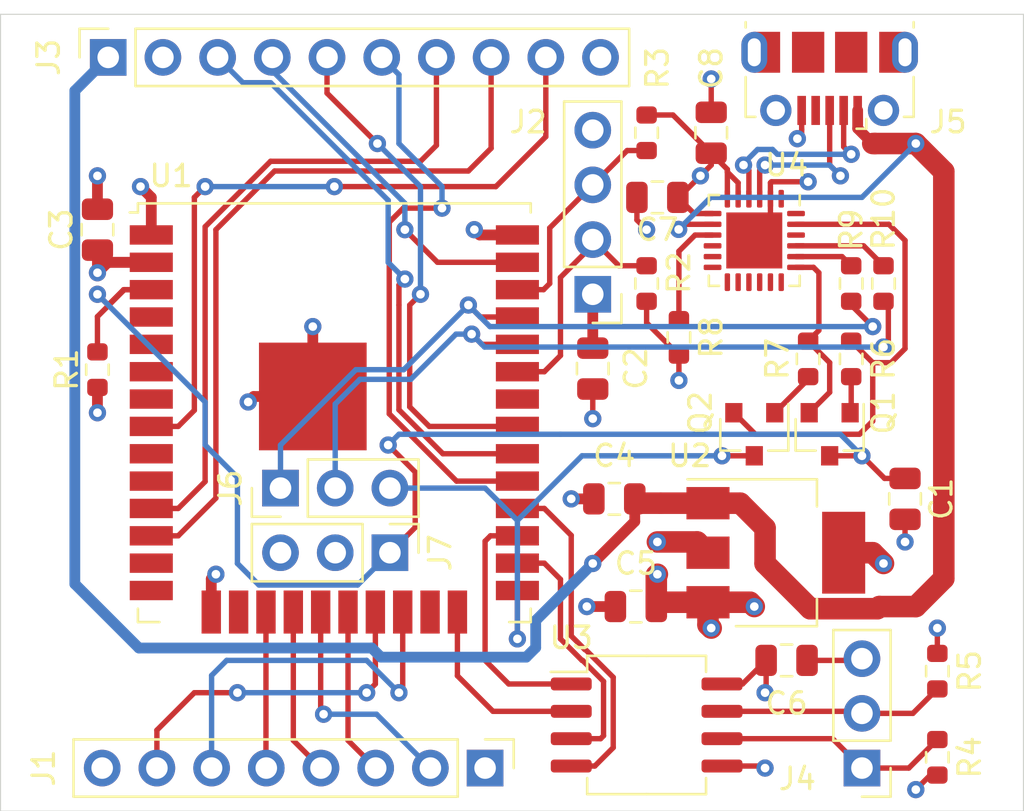
<source format=kicad_pcb>
(kicad_pcb (version 20171130) (host pcbnew "(5.1.9)-1")
  (layers (0 F.Cu signal) (1 In1.Cu signal hide) (2 In2.Cu signal hide) (31 B.Cu signal) (34 B.Paste user) (35 F.Paste user) (36 B.SilkS user) (37 F.SilkS user) (38 B.Mask user) (39 F.Mask user) (44 Edge.Cuts user))
  (net 0 "")
  (net 1 GND)
  (net 2 "Net-(J1-Pad2)")
  (net 3 "Net-(J1-Pad3)")
  (net 4 "Net-(J1-Pad4)")
  (net 5 "Net-(J1-Pad5)")
  (net 6 "Net-(J1-Pad6)")
  (net 7 "Net-(J1-Pad7)")
  (net 8 +3V3)
  (net 9 SDA)
  (net 10 SCL)
  (net 11 "Net-(J4-Pad1)")
  (net 12 "Net-(J4-Pad2)")
  (net 13 "Net-(U1-Pad4)")
  (net 14 "Net-(U1-Pad5)")
  (net 15 "Net-(U1-Pad6)")
  (net 16 "Net-(U1-Pad7)")
  (net 17 CF2_ADE)
  (net 18 "Net-(U1-Pad9)")
  (net 19 "Net-(U1-Pad10)")
  (net 20 RESET_ADE)
  (net 21 IRQ_ADE)
  (net 22 "Net-(U1-Pad13)")
  (net 23 "Net-(U1-Pad14)")
  (net 24 "Net-(U1-Pad16)")
  (net 25 DEBUG_LOGS)
  (net 26 RE)
  (net 27 BOOT_MODE)
  (net 28 DE)
  (net 29 RXD2)
  (net 30 TXD2)
  (net 31 SPI_CS_0)
  (net 32 SPI_CLK)
  (net 33 SPI_MISO)
  (net 34 "Net-(U1-Pad32)")
  (net 35 RXD0)
  (net 36 TXD0)
  (net 37 SPI_MOSI)
  (net 38 +5V)
  (net 39 EN)
  (net 40 DTR)
  (net 41 "Net-(Q1-Pad1)")
  (net 42 RTS)
  (net 43 "Net-(Q2-Pad1)")
  (net 44 "Net-(U4-Pad18)")
  (net 45 "Net-(U4-Pad17)")
  (net 46 "Net-(U4-Pad14)")
  (net 47 "Net-(U4-Pad13)")
  (net 48 "Net-(J5-Pad2)")
  (net 49 "Net-(J5-Pad3)")
  (net 50 "Net-(U4-Pad10)")
  (net 51 "Net-(J5-Pad6)")
  (net 52 "Net-(J5-Pad4)")
  (net 53 "Net-(R8-Pad2)")
  (net 54 "Net-(R9-Pad2)")
  (net 55 "Net-(R10-Pad2)")
  (net 56 "Net-(U4-Pad24)")
  (net 57 "Net-(U4-Pad22)")
  (net 58 "Net-(U4-Pad16)")
  (net 59 "Net-(U4-Pad15)")
  (net 60 "Net-(U4-Pad12)")
  (net 61 "Net-(U4-Pad11)")
  (net 62 "Net-(U4-Pad1)")
  (module Connector_PinHeader_2.54mm:PinHeader_1x03_P2.54mm_Vertical (layer F.Cu) (at 88.08 70 270)
    (fp_text reference J7 (at 0 -2.33 90) (layer F.SilkS))
    (fp_text value Conn_01x03)
    (pad 3 thru_hole oval (at 0 5.08 270) (size 1.7 1.7) (drill 1) (layers *.Cu *.Mask) (net 1 GND))
    (pad 2 thru_hole oval (at 0 2.54 270) (size 1.7 1.7) (drill 1) (layers *.Cu *.Mask) (net 1 GND))
    (pad 1 thru_hole rect (at 0 0 270) (size 1.7 1.7) (drill 1) (layers *.Cu *.Mask) (net 39 EN))
  )
  (module Connector_PinHeader_2.54mm:PinHeader_1x03_P2.54mm_Vertical (layer F.Cu) (at 83 67 90)
    (fp_text reference J6 (at 0 -2.33 90) (layer F.SilkS))
    (fp_text value Conn_01x03 hide)
    (pad 3 thru_hole oval (at 0 5.08 90) (size 1.7 1.7) (drill 1) (layers *.Cu *.Mask) (net 27 BOOT_MODE))
    (pad 2 thru_hole oval (at 0 2.54 90) (size 1.7 1.7) (drill 1) (layers *.Cu *.Mask) (net 35 RXD0))
    (pad 1 thru_hole rect (at 0 0 90) (size 1.7 1.7) (drill 1) (layers *.Cu *.Mask) (net 36 TXD0))
  )
  (module RF_Module:ESP32-WROOM-32U (layer F.Cu) (at 85.5 63.5)
    (fp_text reference U1 (at -7.58 -11 180) (layer F.SilkS))
    (fp_text value ESP32-WROOM-32U hide)
    (pad 39 smd rect (at -1 -0.755) (size 5 5) (layers F.Cu F.Paste F.Mask) (net 1 GND))
    (pad 1 smd rect (at -8.5 -8.255) (size 2 0.9) (layers F.Cu F.Paste F.Mask) (net 1 GND))
    (pad 2 smd rect (at -8.5 -6.985) (size 2 0.9) (layers F.Cu F.Paste F.Mask) (net 8 +3V3))
    (pad 3 smd rect (at -8.5 -5.715) (size 2 0.9) (layers F.Cu F.Paste F.Mask) (net 39 EN))
    (pad 4 smd rect (at -8.5 -4.445) (size 2 0.9) (layers F.Cu F.Paste F.Mask) (net 13 "Net-(U1-Pad4)"))
    (pad 5 smd rect (at -8.5 -3.175) (size 2 0.9) (layers F.Cu F.Paste F.Mask) (net 14 "Net-(U1-Pad5)"))
    (pad 6 smd rect (at -8.5 -1.905) (size 2 0.9) (layers F.Cu F.Paste F.Mask) (net 15 "Net-(U1-Pad6)"))
    (pad 7 smd rect (at -8.5 -0.635) (size 2 0.9) (layers F.Cu F.Paste F.Mask) (net 16 "Net-(U1-Pad7)"))
    (pad 8 smd rect (at -8.5 0.635) (size 2 0.9) (layers F.Cu F.Paste F.Mask) (net 17 CF2_ADE))
    (pad 9 smd rect (at -8.5 1.905) (size 2 0.9) (layers F.Cu F.Paste F.Mask) (net 18 "Net-(U1-Pad9)"))
    (pad 10 smd rect (at -8.5 3.175) (size 2 0.9) (layers F.Cu F.Paste F.Mask) (net 19 "Net-(U1-Pad10)"))
    (pad 11 smd rect (at -8.5 4.445) (size 2 0.9) (layers F.Cu F.Paste F.Mask) (net 20 RESET_ADE))
    (pad 12 smd rect (at -8.5 5.715) (size 2 0.9) (layers F.Cu F.Paste F.Mask) (net 21 IRQ_ADE))
    (pad 13 smd rect (at -8.5 6.985) (size 2 0.9) (layers F.Cu F.Paste F.Mask) (net 22 "Net-(U1-Pad13)"))
    (pad 14 smd rect (at -8.5 8.255) (size 2 0.9) (layers F.Cu F.Paste F.Mask) (net 23 "Net-(U1-Pad14)"))
    (pad 15 smd rect (at -5.715 9.255 270) (size 2 0.9) (layers F.Cu F.Paste F.Mask) (net 1 GND))
    (pad 16 smd rect (at -4.445 9.255 90) (size 2 0.9) (layers F.Cu F.Paste F.Mask) (net 24 "Net-(U1-Pad16)"))
    (pad 17 smd rect (at -3.175 9.255 90) (size 2 0.9) (layers F.Cu F.Paste F.Mask) (net 5 "Net-(J1-Pad5)"))
    (pad 18 smd rect (at -1.905 9.255 90) (size 2 0.9) (layers F.Cu F.Paste F.Mask) (net 4 "Net-(J1-Pad4)"))
    (pad 19 smd rect (at -0.635 9.255 90) (size 2 0.9) (layers F.Cu F.Paste F.Mask) (net 2 "Net-(J1-Pad2)"))
    (pad 20 smd rect (at 0.635 9.255 90) (size 2 0.9) (layers F.Cu F.Paste F.Mask) (net 3 "Net-(J1-Pad3)"))
    (pad 21 smd rect (at 1.905 9.255 90) (size 2 0.9) (layers F.Cu F.Paste F.Mask) (net 7 "Net-(J1-Pad7)"))
    (pad 22 smd rect (at 3.175 9.255 90) (size 2 0.9) (layers F.Cu F.Paste F.Mask) (net 6 "Net-(J1-Pad6)"))
    (pad 23 smd rect (at 4.445 9.255 90) (size 2 0.9) (layers F.Cu F.Paste F.Mask) (net 25 DEBUG_LOGS))
    (pad 24 smd rect (at 5.715 9.255 90) (size 2 0.9) (layers F.Cu F.Paste F.Mask) (net 26 RE))
    (pad 25 smd rect (at 8.5 8.255) (size 2 0.9) (layers F.Cu F.Paste F.Mask) (net 27 BOOT_MODE))
    (pad 26 smd rect (at 8.5 6.985) (size 2 0.9) (layers F.Cu F.Paste F.Mask) (net 28 DE))
    (pad 27 smd rect (at 8.5 5.715) (size 2 0.9) (layers F.Cu F.Paste F.Mask) (net 29 RXD2))
    (pad 28 smd rect (at 8.5 4.445) (size 2 0.9) (layers F.Cu F.Paste F.Mask) (net 30 TXD2))
    (pad 29 smd rect (at 8.5 3.175) (size 2 0.9) (layers F.Cu F.Paste F.Mask) (net 31 SPI_CS_0))
    (pad 30 smd rect (at 8.5 1.905) (size 2 0.9) (layers F.Cu F.Paste F.Mask) (net 32 SPI_CLK))
    (pad 31 smd rect (at 8.5 0.635) (size 2 0.9) (layers F.Cu F.Paste F.Mask) (net 33 SPI_MISO))
    (pad 32 smd rect (at 8.5 -0.635) (size 2 0.9) (layers F.Cu F.Paste F.Mask) (net 34 "Net-(U1-Pad32)"))
    (pad 33 smd rect (at 8.5 -1.905) (size 2 0.9) (layers F.Cu F.Paste F.Mask) (net 9 SDA))
    (pad 34 smd rect (at 8.5 -3.175) (size 2 0.9) (layers F.Cu F.Paste F.Mask) (net 35 RXD0))
    (pad 35 smd rect (at 8.5 -4.445) (size 2 0.9) (layers F.Cu F.Paste F.Mask) (net 36 TXD0))
    (pad 36 smd rect (at 8.5 -5.715) (size 2 0.9) (layers F.Cu F.Paste F.Mask) (net 10 SCL))
    (pad 37 smd rect (at 8.5 -6.985) (size 2 0.9) (layers F.Cu F.Paste F.Mask) (net 37 SPI_MOSI))
    (pad 38 smd rect (at 8.5 -8.255) (size 2 0.9) (layers F.Cu F.Paste F.Mask) (net 1 GND))
  )
  (module Package_SO:SO-8_5.3x6.2mm_P1.27mm (layer F.Cu) (at 100 78)
    (fp_text reference U3 (at -3.5 -4.05) (layer F.SilkS))
    (fp_text value MAX3485 hide)
    (pad 1 smd roundrect (at -3.5 -1.905) (size 1.9 0.6) (layers F.Cu F.Paste F.Mask) (net 29 RXD2))
    (pad 2 smd roundrect (at -3.5 -0.635) (size 1.9 0.6) (layers F.Cu F.Paste F.Mask) (net 26 RE))
    (pad 3 smd roundrect (at -3.5 0.635) (size 1.9 0.6) (layers F.Cu F.Paste F.Mask) (net 28 DE))
    (pad 4 smd roundrect (at -3.5 1.905) (size 1.9 0.6) (layers F.Cu F.Paste F.Mask) (net 30 TXD2))
    (pad 5 smd roundrect (at 3.5 1.905) (size 1.9 0.6) (layers F.Cu F.Paste F.Mask) (net 1 GND))
    (pad 6 smd roundrect (at 3.5 0.635) (size 1.9 0.6) (layers F.Cu F.Paste F.Mask) (net 11 "Net-(J4-Pad1)"))
    (pad 7 smd roundrect (at 3.5 -0.635) (size 1.9 0.6) (layers F.Cu F.Paste F.Mask) (net 12 "Net-(J4-Pad2)"))
    (pad 8 smd roundrect (at 3.5 -1.905) (size 1.9 0.6) (layers F.Cu F.Paste F.Mask) (net 8 +3V3))
  )
  (module Connector_PinHeader_2.54mm:PinHeader_1x03_P2.54mm_Vertical (layer F.Cu) (at 110 80 180)
    (fp_text reference J4 (at 3 -0.5) (layer F.SilkS))
    (fp_text value Conn_01x03 hide)
    (pad 1 thru_hole rect (at 0 0 180) (size 1.7 1.7) (drill 1) (layers *.Cu *.Mask) (net 11 "Net-(J4-Pad1)"))
    (pad 2 thru_hole oval (at 0 2.54 180) (size 1.7 1.7) (drill 1) (layers *.Cu *.Mask) (net 12 "Net-(J4-Pad2)"))
    (pad 3 thru_hole oval (at 0 5.08 180) (size 1.7 1.7) (drill 1) (layers *.Cu *.Mask) (net 1 GND))
  )
  (module Package_TO_SOT_SMD:SOT-223-3_TabPin2 (layer F.Cu) (at 106 70)
    (fp_text reference U2 (at -4 -4.5) (layer F.SilkS))
    (fp_text value TC1262-33 hide)
    (pad 2 smd rect (at 3.15 0) (size 2 3.8) (layers F.Cu F.Paste F.Mask) (net 1 GND))
    (pad 2 smd rect (at -3.15 0) (size 2 1.5) (layers F.Cu F.Paste F.Mask) (net 1 GND))
    (pad 3 smd rect (at -3.15 2.3) (size 2 1.5) (layers F.Cu F.Paste F.Mask) (net 8 +3V3))
    (pad 1 smd rect (at -3.15 -2.3) (size 2 1.5) (layers F.Cu F.Paste F.Mask) (net 38 +5V))
  )
  (module Connector_PinSocket_2.54mm:PinSocket_1x10_P2.54mm_Vertical (layer F.Cu) (at 75 47 90)
    (fp_text reference J3 (at 0 -2.77 90) (layer F.SilkS))
    (fp_text value Conn_01x10 hide)
    (pad 10 thru_hole oval (at 0 22.86 90) (size 1.7 1.7) (drill 1) (layers *.Cu *.Mask) (net 1 GND))
    (pad 9 thru_hole oval (at 0 20.32 90) (size 1.7 1.7) (drill 1) (layers *.Cu *.Mask) (net 17 CF2_ADE))
    (pad 8 thru_hole oval (at 0 17.78 90) (size 1.7 1.7) (drill 1) (layers *.Cu *.Mask) (net 21 IRQ_ADE))
    (pad 7 thru_hole oval (at 0 15.24 90) (size 1.7 1.7) (drill 1) (layers *.Cu *.Mask) (net 20 RESET_ADE))
    (pad 6 thru_hole oval (at 0 12.7 90) (size 1.7 1.7) (drill 1) (layers *.Cu *.Mask) (net 31 SPI_CS_0))
    (pad 5 thru_hole oval (at 0 10.16 90) (size 1.7 1.7) (drill 1) (layers *.Cu *.Mask) (net 33 SPI_MISO))
    (pad 4 thru_hole oval (at 0 7.62 90) (size 1.7 1.7) (drill 1) (layers *.Cu *.Mask) (net 37 SPI_MOSI))
    (pad 3 thru_hole oval (at 0 5.08 90) (size 1.7 1.7) (drill 1) (layers *.Cu *.Mask) (net 32 SPI_CLK))
    (pad 2 thru_hole oval (at 0 2.54 90) (size 1.7 1.7) (drill 1) (layers *.Cu *.Mask) (net 1 GND))
    (pad 1 thru_hole rect (at 0 0 90) (size 1.7 1.7) (drill 1) (layers *.Cu *.Mask) (net 38 +5V))
  )
  (module Package_DFN_QFN:QFN-24-1EP_4x4mm_P0.5mm_EP2.6x2.6mm (layer F.Cu) (at 105 55.5 270)
    (fp_text reference U4 (at -3.5 -1.5 180) (layer F.SilkS))
    (fp_text value CP2102N-A01-GQFN24 hide)
    (pad 25 smd rect (at 0 0 270) (size 2.6 2.6) (layers F.Cu F.Mask) (net 1 GND))
    (pad 24 smd roundrect (at -1.25 -1.9375 270) (size 0.25 0.825) (layers F.Cu F.Paste F.Mask) (net 56 "Net-(U4-Pad24)"))
    (pad 23 smd roundrect (at -0.75 -1.9375 270) (size 0.25 0.825) (layers F.Cu F.Paste F.Mask) (net 40 DTR))
    (pad 22 smd roundrect (at -0.25 -1.9375 270) (size 0.25 0.825) (layers F.Cu F.Paste F.Mask) (net 57 "Net-(U4-Pad22)"))
    (pad 21 smd roundrect (at 0.25 -1.9375 270) (size 0.25 0.825) (layers F.Cu F.Paste F.Mask) (net 55 "Net-(R10-Pad2)"))
    (pad 20 smd roundrect (at 0.75 -1.9375 270) (size 0.25 0.825) (layers F.Cu F.Paste F.Mask) (net 54 "Net-(R9-Pad2)"))
    (pad 19 smd roundrect (at 1.25 -1.9375 270) (size 0.25 0.825) (layers F.Cu F.Paste F.Mask) (net 42 RTS))
    (pad 18 smd roundrect (at 1.9375 -1.25 270) (size 0.825 0.25) (layers F.Cu F.Paste F.Mask) (net 44 "Net-(U4-Pad18)"))
    (pad 17 smd roundrect (at 1.9375 -0.75 270) (size 0.825 0.25) (layers F.Cu F.Paste F.Mask) (net 45 "Net-(U4-Pad17)"))
    (pad 16 smd roundrect (at 1.9375 -0.25 270) (size 0.825 0.25) (layers F.Cu F.Paste F.Mask) (net 58 "Net-(U4-Pad16)"))
    (pad 15 smd roundrect (at 1.9375 0.25 270) (size 0.825 0.25) (layers F.Cu F.Paste F.Mask) (net 59 "Net-(U4-Pad15)"))
    (pad 14 smd roundrect (at 1.9375 0.75 270) (size 0.825 0.25) (layers F.Cu F.Paste F.Mask) (net 46 "Net-(U4-Pad14)"))
    (pad 13 smd roundrect (at 1.9375 1.25 270) (size 0.825 0.25) (layers F.Cu F.Paste F.Mask) (net 47 "Net-(U4-Pad13)"))
    (pad 12 smd roundrect (at 1.25 1.9375 270) (size 0.25 0.825) (layers F.Cu F.Paste F.Mask) (net 60 "Net-(U4-Pad12)"))
    (pad 11 smd roundrect (at 0.75 1.9375 270) (size 0.25 0.825) (layers F.Cu F.Paste F.Mask) (net 61 "Net-(U4-Pad11)"))
    (pad 10 smd roundrect (at 0.25 1.9375 270) (size 0.25 0.825) (layers F.Cu F.Paste F.Mask) (net 50 "Net-(U4-Pad10)"))
    (pad 9 smd roundrect (at -0.25 1.9375 270) (size 0.25 0.825) (layers F.Cu F.Paste F.Mask) (net 53 "Net-(R8-Pad2)"))
    (pad 8 smd roundrect (at -0.75 1.9375 270) (size 0.25 0.825) (layers F.Cu F.Paste F.Mask) (net 38 +5V))
    (pad 7 smd roundrect (at -1.25 1.9375 270) (size 0.25 0.825) (layers F.Cu F.Paste F.Mask) (net 8 +3V3))
    (pad 6 smd roundrect (at -1.9375 1.25 270) (size 0.825 0.25) (layers F.Cu F.Paste F.Mask) (net 8 +3V3))
    (pad 5 smd roundrect (at -1.9375 0.75 270) (size 0.825 0.25) (layers F.Cu F.Paste F.Mask) (net 8 +3V3))
    (pad 4 smd roundrect (at -1.9375 0.25 270) (size 0.825 0.25) (layers F.Cu F.Paste F.Mask) (net 48 "Net-(J5-Pad2)"))
    (pad 3 smd roundrect (at -1.9375 -0.25 270) (size 0.825 0.25) (layers F.Cu F.Paste F.Mask) (net 49 "Net-(J5-Pad3)"))
    (pad 2 smd roundrect (at -1.9375 -0.75 270) (size 0.825 0.25) (layers F.Cu F.Paste F.Mask) (net 1 GND))
    (pad 1 smd roundrect (at -1.9375 -1.25 270) (size 0.825 0.25) (layers F.Cu F.Paste F.Mask) (net 62 "Net-(U4-Pad1)"))
  )
  (module Resistor_SMD:R_0603_1608Metric (layer F.Cu) (at 111 57.5 90)
    (fp_text reference R10 (at 3 0 90) (layer F.SilkS))
    (fp_text value R hide)
    (pad 2 smd roundrect (at 0.825 0 90) (size 0.8 0.95) (layers F.Cu F.Paste F.Mask) (net 55 "Net-(R10-Pad2)"))
    (pad 1 smd roundrect (at -0.825 0 90) (size 0.8 0.95) (layers F.Cu F.Paste F.Mask) (net 35 RXD0))
  )
  (module Resistor_SMD:R_0603_1608Metric (layer F.Cu) (at 109.5 57.5 90)
    (fp_text reference R9 (at 2.5 0 90) (layer F.SilkS))
    (fp_text value R hide)
    (pad 2 smd roundrect (at 0.825 0 90) (size 0.8 0.95) (layers F.Cu F.Paste F.Mask) (net 54 "Net-(R9-Pad2)"))
    (pad 1 smd roundrect (at -0.825 0 90) (size 0.8 0.95) (layers F.Cu F.Paste F.Mask) (net 36 TXD0))
  )
  (module Resistor_SMD:R_0603_1608Metric (layer F.Cu) (at 101.5 60 90)
    (fp_text reference R8 (at 0 1.5 90) (layer F.SilkS))
    (fp_text value R hide)
    (pad 2 smd roundrect (at 0.825 0 90) (size 0.8 0.95) (layers F.Cu F.Paste F.Mask) (net 53 "Net-(R8-Pad2)"))
    (pad 1 smd roundrect (at -0.825 0 90) (size 0.8 0.95) (layers F.Cu F.Paste F.Mask) (net 8 +3V3))
  )
  (module Package_TO_SOT_SMD:SOT-23 (layer F.Cu) (at 105 64.5 270)
    (fp_text reference Q2 (at -1 2.5 90) (layer F.SilkS))
    (fp_text value Q_NPN_BEC hide)
    (pad 3 smd rect (at 1 0 270) (size 0.9 0.8) (layers F.Cu F.Paste F.Mask) (net 27 BOOT_MODE))
    (pad 2 smd rect (at -1 0.95 270) (size 0.9 0.8) (layers F.Cu F.Paste F.Mask) (net 40 DTR))
    (pad 1 smd rect (at -1 -0.95 270) (size 0.9 0.8) (layers F.Cu F.Paste F.Mask) (net 43 "Net-(Q2-Pad1)"))
  )
  (module Package_TO_SOT_SMD:SOT-23 (layer F.Cu) (at 108.5 64.5 270)
    (fp_text reference Q1 (at -1 -2.5 90) (layer F.SilkS))
    (fp_text value Q_NPN_BEC hide)
    (pad 3 smd rect (at 1 0 270) (size 0.9 0.8) (layers F.Cu F.Paste F.Mask) (net 39 EN))
    (pad 2 smd rect (at -1 0.95 270) (size 0.9 0.8) (layers F.Cu F.Paste F.Mask) (net 42 RTS))
    (pad 1 smd rect (at -1 -0.95 270) (size 0.9 0.8) (layers F.Cu F.Paste F.Mask) (net 41 "Net-(Q1-Pad1)"))
  )
  (module Connector_USB:USB_Micro-B_Molex-105017-0001 (layer F.Cu) (at 108.5 48 180)
    (fp_text reference J5 (at -5.5 -2) (layer F.SilkS))
    (fp_text value USB_B_Micro hide)
    (pad 6 smd rect (at -2.9 1.2375 180) (size 1.2 1.9) (layers F.Cu F.Mask) (net 51 "Net-(J5-Pad6)"))
    (pad 6 smd rect (at 2.9 1.2375 180) (size 1.2 1.9) (layers F.Cu F.Mask) (net 51 "Net-(J5-Pad6)"))
    (pad 6 thru_hole oval (at 3.5 1.2375 180) (size 1.2 1.9) (drill oval 0.6 1.3) (layers *.Cu *.Mask) (net 51 "Net-(J5-Pad6)"))
    (pad 6 thru_hole oval (at -3.5 1.2375) (size 1.2 1.9) (drill oval 0.6 1.3) (layers *.Cu *.Mask) (net 51 "Net-(J5-Pad6)"))
    (pad 6 smd rect (at -1 1.2375 180) (size 1.5 1.9) (layers F.Cu F.Paste F.Mask) (net 51 "Net-(J5-Pad6)"))
    (pad 6 thru_hole circle (at 2.5 -1.4625 180) (size 1.45 1.45) (drill 0.85) (layers *.Cu *.Mask) (net 51 "Net-(J5-Pad6)"))
    (pad 3 smd rect (at 0 -1.4625 180) (size 0.4 1.35) (layers F.Cu F.Paste F.Mask) (net 49 "Net-(J5-Pad3)"))
    (pad 4 smd rect (at 0.65 -1.4625 180) (size 0.4 1.35) (layers F.Cu F.Paste F.Mask) (net 52 "Net-(J5-Pad4)"))
    (pad 5 smd rect (at 1.3 -1.4625 180) (size 0.4 1.35) (layers F.Cu F.Paste F.Mask) (net 1 GND))
    (pad 1 smd rect (at -1.3 -1.4625 180) (size 0.4 1.35) (layers F.Cu F.Paste F.Mask) (net 38 +5V))
    (pad 2 smd rect (at -0.65 -1.4625 180) (size 0.4 1.35) (layers F.Cu F.Paste F.Mask) (net 48 "Net-(J5-Pad2)"))
    (pad 6 thru_hole circle (at -2.5 -1.4625 180) (size 1.45 1.45) (drill 0.85) (layers *.Cu *.Mask) (net 51 "Net-(J5-Pad6)"))
    (pad 6 smd rect (at 1 1.2375 180) (size 1.5 1.9) (layers F.Cu F.Paste F.Mask) (net 51 "Net-(J5-Pad6)"))
  )
  (module Capacitor_SMD:C_0805_2012Metric (layer F.Cu) (at 103 50.5 90)
    (fp_text reference C8 (at 3 0 90) (layer F.SilkS))
    (fp_text value C hide)
    (pad 2 smd roundrect (at 0.95 0 90) (size 1 1.45) (layers F.Cu F.Paste F.Mask) (net 1 GND))
    (pad 1 smd roundrect (at -0.95 0 90) (size 1 1.45) (layers F.Cu F.Paste F.Mask) (net 8 +3V3))
  )
  (module Capacitor_SMD:C_0805_2012Metric (layer F.Cu) (at 100.5 53.5 180)
    (fp_text reference C7 (at 0 -1.5) (layer F.SilkS))
    (fp_text value C hide)
    (pad 2 smd roundrect (at 0.95 0 180) (size 1 1.45) (layers F.Cu F.Paste F.Mask) (net 1 GND))
    (pad 1 smd roundrect (at -0.95 0 180) (size 1 1.45) (layers F.Cu F.Paste F.Mask) (net 8 +3V3))
  )
  (module Capacitor_SMD:C_0805_2012Metric (layer F.Cu) (at 106.5 75)
    (fp_text reference C6 (at 0 2) (layer F.SilkS))
    (fp_text value C hide)
    (pad 2 smd roundrect (at 0.95 0) (size 1 1.45) (layers F.Cu F.Paste F.Mask) (net 1 GND))
    (pad 1 smd roundrect (at -0.95 0) (size 1 1.45) (layers F.Cu F.Paste F.Mask) (net 8 +3V3))
  )
  (module Capacitor_SMD:C_0805_2012Metric (layer F.Cu) (at 99.5 72.5 180)
    (fp_text reference C5 (at 0 2) (layer F.SilkS))
    (fp_text value C hide)
    (pad 2 smd roundrect (at 0.95 0 180) (size 1 1.45) (layers F.Cu F.Paste F.Mask) (net 1 GND))
    (pad 1 smd roundrect (at -0.95 0 180) (size 1 1.45) (layers F.Cu F.Paste F.Mask) (net 8 +3V3))
  )
  (module Capacitor_SMD:C_0805_2012Metric (layer F.Cu) (at 98.5 67.5 180)
    (fp_text reference C4 (at 0 2) (layer F.SilkS))
    (fp_text value C hide)
    (pad 2 smd roundrect (at 0.95 0 180) (size 1 1.45) (layers F.Cu F.Paste F.Mask) (net 1 GND))
    (pad 1 smd roundrect (at -0.95 0 180) (size 1 1.45) (layers F.Cu F.Paste F.Mask) (net 38 +5V))
  )
  (module Capacitor_SMD:C_0805_2012Metric (layer F.Cu) (at 74.5 55 90)
    (fp_text reference C3 (at 0 -1.68 90) (layer F.SilkS))
    (fp_text value C hide)
    (pad 2 smd roundrect (at 0.95 0 90) (size 1 1.45) (layers F.Cu F.Paste F.Mask) (net 1 GND))
    (pad 1 smd roundrect (at -0.95 0 90) (size 1 1.45) (layers F.Cu F.Paste F.Mask) (net 8 +3V3))
  )
  (module Capacitor_SMD:C_0805_2012Metric (layer F.Cu) (at 97.5 61.45 270)
    (fp_text reference C2 (at 0 -2 90) (layer F.SilkS))
    (fp_text value C hide)
    (pad 2 smd roundrect (at 0.95 0 270) (size 1 1.45) (layers F.Cu F.Paste F.Mask) (net 1 GND))
    (pad 1 smd roundrect (at -0.95 0 270) (size 1 1.45) (layers F.Cu F.Paste F.Mask) (net 8 +3V3))
  )
  (module Capacitor_SMD:C_0805_2012Metric (layer F.Cu) (at 112 67.5 270)
    (fp_text reference C1 (at 0 -1.68 90) (layer F.SilkS))
    (fp_text value C hide)
    (pad 2 smd roundrect (at 0.95 0 270) (size 1 1.45) (layers F.Cu F.Paste F.Mask) (net 1 GND))
    (pad 1 smd roundrect (at -0.95 0 270) (size 1 1.45) (layers F.Cu F.Paste F.Mask) (net 39 EN))
  )
  (module Resistor_SMD:R_0603_1608Metric (layer F.Cu) (at 107.5 61 90)
    (fp_text reference R7 (at 0 -1.43 90) (layer F.SilkS))
    (fp_text value R hide)
    (pad 2 smd roundrect (at 0.825 0 90) (size 0.8 0.95) (layers F.Cu F.Paste F.Mask) (net 42 RTS))
    (pad 1 smd roundrect (at -0.825 0 90) (size 0.8 0.95) (layers F.Cu F.Paste F.Mask) (net 43 "Net-(Q2-Pad1)"))
  )
  (module Resistor_SMD:R_0603_1608Metric (layer F.Cu) (at 109.5 61 90)
    (fp_text reference R6 (at 0 1.5 90) (layer F.SilkS))
    (fp_text value R hide)
    (pad 2 smd roundrect (at 0.825 0 90) (size 0.8 0.95) (layers F.Cu F.Paste F.Mask) (net 40 DTR))
    (pad 1 smd roundrect (at -0.825 0 90) (size 0.8 0.95) (layers F.Cu F.Paste F.Mask) (net 41 "Net-(Q1-Pad1)"))
  )
  (module Connector_PinHeader_2.54mm:PinHeader_1x08_P2.54mm_Vertical (layer F.Cu) (at 92.5 80 270)
    (fp_text reference J1 (at 0 20.5 90) (layer F.SilkS))
    (fp_text value Conn_01x08 hide)
    (pad 1 thru_hole rect (at 0 0 270) (size 1.7 1.7) (drill 1) (layers *.Cu *.Mask) (net 1 GND))
    (pad 2 thru_hole oval (at 0 2.54 270) (size 1.7 1.7) (drill 1) (layers *.Cu *.Mask) (net 2 "Net-(J1-Pad2)"))
    (pad 3 thru_hole oval (at 0 5.08 270) (size 1.7 1.7) (drill 1) (layers *.Cu *.Mask) (net 3 "Net-(J1-Pad3)"))
    (pad 4 thru_hole oval (at 0 7.62 270) (size 1.7 1.7) (drill 1) (layers *.Cu *.Mask) (net 4 "Net-(J1-Pad4)"))
    (pad 5 thru_hole oval (at 0 10.16 270) (size 1.7 1.7) (drill 1) (layers *.Cu *.Mask) (net 5 "Net-(J1-Pad5)"))
    (pad 6 thru_hole oval (at 0 12.7 270) (size 1.7 1.7) (drill 1) (layers *.Cu *.Mask) (net 6 "Net-(J1-Pad6)"))
    (pad 7 thru_hole oval (at 0 15.24 270) (size 1.7 1.7) (drill 1) (layers *.Cu *.Mask) (net 7 "Net-(J1-Pad7)"))
    (pad 8 thru_hole oval (at 0 17.78 270) (size 1.7 1.7) (drill 1) (layers *.Cu *.Mask) (net 8 +3V3))
  )
  (module Connector_PinHeader_2.54mm:PinHeader_1x04_P2.54mm_Vertical (layer F.Cu) (at 97.5 58 180)
    (fp_text reference J2 (at 3 8) (layer F.SilkS))
    (fp_text value Conn_01x04 hide)
    (pad 1 thru_hole rect (at 0 0 180) (size 1.7 1.7) (drill 1) (layers *.Cu *.Mask) (net 8 +3V3))
    (pad 2 thru_hole oval (at 0 2.54 180) (size 1.7 1.7) (drill 1) (layers *.Cu *.Mask) (net 9 SDA))
    (pad 3 thru_hole oval (at 0 5.08 180) (size 1.7 1.7) (drill 1) (layers *.Cu *.Mask) (net 10 SCL))
    (pad 4 thru_hole oval (at 0 7.62 180) (size 1.7 1.7) (drill 1) (layers *.Cu *.Mask) (net 1 GND))
  )
  (module Resistor_SMD:R_0603_1608Metric (layer F.Cu) (at 74.5 61.5 90)
    (fp_text reference R1 (at 0 -1.43 90) (layer F.SilkS))
    (fp_text value R hide)
    (pad 2 smd roundrect (at 0.825 0 90) (size 0.8 0.95) (layers F.Cu F.Paste F.Mask) (net 39 EN))
    (pad 1 smd roundrect (at -0.825 0 90) (size 0.8 0.95) (layers F.Cu F.Paste F.Mask) (net 8 +3V3))
  )
  (module Resistor_SMD:R_0603_1608Metric (layer F.Cu) (at 100 57.5 90)
    (fp_text reference R2 (at 0.5 1.5 90) (layer F.SilkS))
    (fp_text value R hide)
    (pad 1 smd roundrect (at -0.825 0 90) (size 0.8 0.95) (layers F.Cu F.Paste F.Mask) (net 8 +3V3))
    (pad 2 smd roundrect (at 0.825 0 90) (size 0.8 0.95) (layers F.Cu F.Paste F.Mask) (net 9 SDA))
  )
  (module Resistor_SMD:R_0603_1608Metric (layer F.Cu) (at 100 50.5 270)
    (fp_text reference R3 (at -3 -0.5 90) (layer F.SilkS))
    (fp_text value R hide)
    (pad 1 smd roundrect (at -0.825 0 270) (size 0.8 0.95) (layers F.Cu F.Paste F.Mask) (net 8 +3V3))
    (pad 2 smd roundrect (at 0.825 0 270) (size 0.8 0.95) (layers F.Cu F.Paste F.Mask) (net 10 SCL))
  )
  (module Resistor_SMD:R_0603_1608Metric (layer F.Cu) (at 113.5 79.5 90)
    (fp_text reference R4 (at 0 1.5 90) (layer F.SilkS))
    (fp_text value R hide)
    (pad 2 smd roundrect (at 0.825 0 90) (size 0.8 0.95) (layers F.Cu F.Paste F.Mask) (net 11 "Net-(J4-Pad1)"))
    (pad 1 smd roundrect (at -0.825 0 90) (size 0.8 0.95) (layers F.Cu F.Paste F.Mask) (net 8 +3V3))
  )
  (module Resistor_SMD:R_0603_1608Metric (layer F.Cu) (at 113.5 75.5 90)
    (fp_text reference R5 (at 0 1.5 90) (layer F.SilkS))
    (fp_text value R hide)
    (pad 1 smd roundrect (at -0.825 0 90) (size 0.8 0.95) (layers F.Cu F.Paste F.Mask) (net 12 "Net-(J4-Pad2)"))
    (pad 2 smd roundrect (at 0.825 0 90) (size 0.8 0.95) (layers F.Cu F.Paste F.Mask) (net 1 GND))
  )
  (gr_line (start 117.5 45) (end 70 45) (layer Edge.Cuts) (width 0.05))
  (gr_line (start 117.5 82) (end 117.5 45) (layer Edge.Cuts) (width 0.05))
  (gr_line (start 70 82) (end 117.5 82) (layer Edge.Cuts) (width 0.05))
  (gr_line (start 70 45) (end 70 82) (layer Edge.Cuts) (width 0.05))
  (via (at 105.5 80) (size 0.8) (drill 0.4) (layers F.Cu B.Cu) (net 1))
  (segment (start 105.405 79.905) (end 105.5 80) (width 0.25) (layer F.Cu) (net 1))
  (segment (start 103.5 79.905) (end 105.405 79.905) (width 0.25) (layer F.Cu) (net 1))
  (via (at 113.5 73.5) (size 0.8) (drill 0.4) (layers F.Cu B.Cu) (net 1))
  (segment (start 113.5 74.675) (end 113.5 73.5) (width 0.25) (layer F.Cu) (net 1))
  (via (at 100.5 69.5) (size 0.8) (drill 0.4) (layers F.Cu B.Cu) (net 1))
  (segment (start 102.35 69.5) (end 100.5 69.5) (width 1) (layer F.Cu) (net 1))
  (segment (start 102.85 70) (end 102.35 69.5) (width 1) (layer F.Cu) (net 1))
  (via (at 111 70.5) (size 0.8) (drill 0.4) (layers F.Cu B.Cu) (net 1))
  (segment (start 110.5 70) (end 111 70.5) (width 1) (layer F.Cu) (net 1))
  (segment (start 109.15 70) (end 110.5 70) (width 1) (layer F.Cu) (net 1))
  (via (at 112 69.5) (size 0.8) (drill 0.4) (layers F.Cu B.Cu) (net 1))
  (segment (start 112 68.45) (end 112 69.5) (width 0.25) (layer F.Cu) (net 1))
  (via (at 97.225 72.5) (size 0.8) (drill 0.4) (layers F.Cu B.Cu) (net 1))
  (via (at 97.5 63.775) (size 0.8) (drill 0.4) (layers F.Cu B.Cu) (net 1))
  (segment (start 97.5 62.4) (end 97.5 63.775) (width 0.25) (layer F.Cu) (net 1))
  (segment (start 99.55 54.55) (end 100 55) (width 0.25) (layer F.Cu) (net 1))
  (via (at 100 55) (size 0.8) (drill 0.4) (layers F.Cu B.Cu) (net 1))
  (segment (start 99.55 53.5) (end 99.55 54.55) (width 0.25) (layer F.Cu) (net 1))
  (via (at 103 48) (size 0.8) (drill 0.4) (layers F.Cu B.Cu) (net 1))
  (segment (start 103 49.55) (end 103 48) (width 0.25) (layer F.Cu) (net 1))
  (segment (start 107.2 49.4625) (end 107.2 50.349999) (width 0.25) (layer F.Cu) (net 1))
  (via (at 107 50.775) (size 0.8) (drill 0.4) (layers F.Cu B.Cu) (net 1))
  (segment (start 107.2 50.575) (end 107 50.775) (width 0.25) (layer F.Cu) (net 1))
  (segment (start 107.2 50.349999) (end 107.2 50.575) (width 0.25) (layer F.Cu) (net 1))
  (via (at 96.5 67.5) (size 0.8) (drill 0.4) (layers F.Cu B.Cu) (net 1))
  (segment (start 97.55 67.5) (end 96.5 67.5) (width 0.5) (layer F.Cu) (net 1))
  (segment (start 98.55 72.5) (end 97.225 72.5) (width 0.5) (layer F.Cu) (net 1))
  (via (at 92 55) (size 0.8) (drill 0.4) (layers F.Cu B.Cu) (net 1))
  (segment (start 92.245 55.245) (end 92 55) (width 0.5) (layer F.Cu) (net 1))
  (segment (start 94 55.245) (end 92.245 55.245) (width 0.5) (layer F.Cu) (net 1))
  (via (at 80 71) (size 0.8) (drill 0.4) (layers F.Cu B.Cu) (net 1))
  (segment (start 79.785 71.215) (end 80 71) (width 0.5) (layer F.Cu) (net 1))
  (segment (start 79.785 72.755) (end 79.785 71.215) (width 0.5) (layer F.Cu) (net 1))
  (via (at 84.5 59.5) (size 0.8) (drill 0.4) (layers F.Cu B.Cu) (net 1))
  (segment (start 84.5 62.745) (end 84.5 59.5) (width 0.5) (layer F.Cu) (net 1))
  (via (at 81.5 63) (size 0.8) (drill 0.4) (layers F.Cu B.Cu) (net 1))
  (segment (start 81.755 62.745) (end 81.5 63) (width 0.5) (layer F.Cu) (net 1))
  (segment (start 84.5 62.745) (end 81.755 62.745) (width 0.5) (layer F.Cu) (net 1))
  (via (at 76.5 53) (size 0.8) (drill 0.4) (layers F.Cu B.Cu) (net 1))
  (segment (start 77 53.5) (end 76.5 53) (width 0.5) (layer F.Cu) (net 1))
  (segment (start 77 55.245) (end 77 53.5) (width 0.5) (layer F.Cu) (net 1))
  (via (at 74.5 52.5) (size 0.8) (drill 0.4) (layers F.Cu B.Cu) (net 1))
  (segment (start 74.5 54.05) (end 74.5 52.5) (width 0.5) (layer F.Cu) (net 1))
  (segment (start 105.75 54.75) (end 105.75 53.5625) (width 0.25) (layer F.Cu) (net 1))
  (segment (start 105 55.5) (end 105.75 54.75) (width 0.25) (layer F.Cu) (net 1))
  (via (at 107.5 52.775) (size 0.8) (drill 0.4) (layers F.Cu B.Cu) (net 1))
  (segment (start 105.798002 52.775) (end 107.5 52.775) (width 0.25) (layer F.Cu) (net 1))
  (segment (start 105.75 52.823002) (end 105.798002 52.775) (width 0.25) (layer F.Cu) (net 1))
  (segment (start 105.75 53.5625) (end 105.75 52.823002) (width 0.25) (layer F.Cu) (net 1))
  (segment (start 109.92 75) (end 110 74.92) (width 0.25) (layer F.Cu) (net 1))
  (segment (start 107.45 75) (end 109.92 75) (width 0.25) (layer F.Cu) (net 1))
  (via (at 85 77.5) (size 0.8) (drill 0.4) (layers F.Cu B.Cu) (net 2))
  (segment (start 84.865 77.365) (end 85 77.5) (width 0.25) (layer F.Cu) (net 2))
  (segment (start 84.865 72.755) (end 84.865 77.365) (width 0.25) (layer F.Cu) (net 2))
  (segment (start 87.46 77.5) (end 89.96 80) (width 0.25) (layer B.Cu) (net 2))
  (segment (start 85 77.5) (end 87.46 77.5) (width 0.25) (layer B.Cu) (net 2))
  (segment (start 86.135 78.715) (end 87.42 80) (width 0.25) (layer F.Cu) (net 3))
  (segment (start 86.135 72.755) (end 86.135 78.715) (width 0.25) (layer F.Cu) (net 3))
  (segment (start 83.595 78.715) (end 84.88 80) (width 0.25) (layer F.Cu) (net 4))
  (segment (start 83.595 72.755) (end 83.595 78.715) (width 0.25) (layer F.Cu) (net 4))
  (segment (start 82.325 79.985) (end 82.34 80) (width 0.25) (layer F.Cu) (net 5))
  (segment (start 82.325 72.755) (end 82.325 79.985) (width 0.25) (layer F.Cu) (net 5))
  (via (at 88.5 76.5) (size 0.8) (drill 0.4) (layers F.Cu B.Cu) (net 6))
  (segment (start 88.675 76.325) (end 88.5 76.5) (width 0.25) (layer F.Cu) (net 6))
  (segment (start 88.675 72.755) (end 88.675 76.325) (width 0.25) (layer F.Cu) (net 6))
  (segment (start 79.8 75.7) (end 79.8 80) (width 0.25) (layer B.Cu) (net 6))
  (segment (start 80.5 75) (end 79.8 75.7) (width 0.25) (layer B.Cu) (net 6))
  (segment (start 87 75) (end 80.5 75) (width 0.25) (layer B.Cu) (net 6))
  (segment (start 88.5 76.5) (end 87 75) (width 0.25) (layer B.Cu) (net 6))
  (via (at 87 76.5) (size 0.8) (drill 0.4) (layers F.Cu B.Cu) (net 7))
  (segment (start 87.405 76.095) (end 87 76.5) (width 0.25) (layer F.Cu) (net 7))
  (segment (start 87.405 72.755) (end 87.405 76.095) (width 0.25) (layer F.Cu) (net 7))
  (via (at 81 76.5) (size 0.8) (drill 0.4) (layers F.Cu B.Cu) (net 7))
  (segment (start 87 76.5) (end 81 76.5) (width 0.25) (layer B.Cu) (net 7))
  (segment (start 81 76.5) (end 79 76.5) (width 0.25) (layer F.Cu) (net 7))
  (segment (start 77.26 78.24) (end 77.26 80) (width 0.25) (layer F.Cu) (net 7))
  (segment (start 79 76.5) (end 77.26 78.24) (width 0.25) (layer F.Cu) (net 7))
  (segment (start 102.2 54.25) (end 101.45 53.5) (width 0.25) (layer F.Cu) (net 8))
  (segment (start 103.0625 54.25) (end 102.2 54.25) (width 0.25) (layer F.Cu) (net 8))
  (segment (start 103.75 52.2) (end 103 51.45) (width 0.25) (layer F.Cu) (net 8))
  (segment (start 104.25 53.5625) (end 104.25 52.823002) (width 0.25) (layer F.Cu) (net 8))
  (segment (start 103.75 52.323002) (end 103.75 52.25) (width 0.25) (layer F.Cu) (net 8))
  (segment (start 104.25 52.823002) (end 103.75 52.323002) (width 0.25) (layer F.Cu) (net 8))
  (segment (start 103.75 52.25) (end 103.75 52.2) (width 0.25) (layer F.Cu) (net 8))
  (segment (start 103.75 53.5625) (end 103.75 52.25) (width 0.25) (layer F.Cu) (net 8))
  (via (at 112.5 81) (size 0.8) (drill 0.4) (layers F.Cu B.Cu) (net 8))
  (segment (start 113.175 80.325) (end 112.5 81) (width 0.25) (layer F.Cu) (net 8))
  (segment (start 113.5 80.325) (end 113.175 80.325) (width 0.25) (layer F.Cu) (net 8))
  (segment (start 100.65 72.3) (end 100.45 72.5) (width 1) (layer F.Cu) (net 8))
  (segment (start 102.85 72.3) (end 100.65 72.3) (width 1) (layer F.Cu) (net 8))
  (segment (start 104.8 72.3) (end 105 72.5) (width 1) (layer F.Cu) (net 8))
  (via (at 105 72.5) (size 0.8) (drill 0.4) (layers F.Cu B.Cu) (net 8))
  (segment (start 102.85 72.3) (end 104.8 72.3) (width 1) (layer F.Cu) (net 8))
  (via (at 103 73.5) (size 0.8) (drill 0.4) (layers F.Cu B.Cu) (net 8))
  (segment (start 102.85 73.35) (end 103 73.5) (width 1) (layer F.Cu) (net 8))
  (segment (start 102.85 72.3) (end 102.85 73.35) (width 1) (layer F.Cu) (net 8))
  (via (at 100.5 71) (size 0.8) (drill 0.4) (layers F.Cu B.Cu) (net 8))
  (segment (start 100.45 71.05) (end 100.5 71) (width 1) (layer F.Cu) (net 8))
  (segment (start 100.45 72.5) (end 100.45 71.05) (width 1) (layer F.Cu) (net 8))
  (via (at 101.5 62) (size 0.8) (drill 0.4) (layers F.Cu B.Cu) (net 8))
  (segment (start 101.5 60.825) (end 101.5 62) (width 0.25) (layer F.Cu) (net 8))
  (segment (start 100 59.325) (end 101.5 60.825) (width 0.25) (layer F.Cu) (net 8))
  (segment (start 100 58.325) (end 100 59.325) (width 0.25) (layer F.Cu) (net 8))
  (segment (start 101.225 49.675) (end 103 51.45) (width 0.25) (layer F.Cu) (net 8))
  (segment (start 100 49.675) (end 101.225 49.675) (width 0.25) (layer F.Cu) (net 8))
  (via (at 102.5 52.5) (size 0.8) (drill 0.4) (layers F.Cu B.Cu) (net 8))
  (segment (start 103 52) (end 102.5 52.5) (width 0.25) (layer F.Cu) (net 8))
  (segment (start 103 51.45) (end 103 52) (width 0.25) (layer F.Cu) (net 8))
  (segment (start 101.5 53.5) (end 102.5 52.5) (width 0.25) (layer F.Cu) (net 8))
  (segment (start 101.45 53.5) (end 101.5 53.5) (width 0.25) (layer F.Cu) (net 8))
  (segment (start 97.5 60.5) (end 97.5 58) (width 0.5) (layer F.Cu) (net 8))
  (segment (start 75.065 56.515) (end 74.5 55.95) (width 0.5) (layer F.Cu) (net 8))
  (segment (start 77 56.515) (end 75.065 56.515) (width 0.5) (layer F.Cu) (net 8))
  (via (at 74.5 63.5) (size 0.8) (drill 0.4) (layers F.Cu B.Cu) (net 8))
  (segment (start 74.5 62.325) (end 74.5 63.5) (width 0.5) (layer F.Cu) (net 8))
  (via (at 74.5 57) (size 0.8) (drill 0.4) (layers F.Cu B.Cu) (net 8))
  (segment (start 74.985 56.515) (end 74.5 57) (width 0.5) (layer F.Cu) (net 8))
  (segment (start 77 56.515) (end 74.985 56.515) (width 0.5) (layer F.Cu) (net 8))
  (segment (start 74.5 55.95) (end 74.5 57) (width 0.5) (layer F.Cu) (net 8))
  (segment (start 104.455 76.095) (end 105.55 75) (width 0.25) (layer F.Cu) (net 8))
  (segment (start 103.5 76.095) (end 104.455 76.095) (width 0.25) (layer F.Cu) (net 8))
  (segment (start 105.55 76.45) (end 105.5 76.5) (width 0.25) (layer F.Cu) (net 8))
  (via (at 105.5 76.5) (size 0.8) (drill 0.4) (layers F.Cu B.Cu) (net 8))
  (segment (start 105.55 75) (end 105.55 76.45) (width 0.25) (layer F.Cu) (net 8))
  (segment (start 97.715 55.675) (end 97.5 55.46) (width 0.25) (layer F.Cu) (net 9))
  (segment (start 95.25 61.595) (end 96 60.845) (width 0.25) (layer F.Cu) (net 9))
  (segment (start 94 61.595) (end 95.25 61.595) (width 0.25) (layer F.Cu) (net 9))
  (segment (start 97.5 55.714998) (end 97.5 55.46) (width 0.25) (layer F.Cu) (net 9))
  (segment (start 96 57.214998) (end 97.5 55.714998) (width 0.25) (layer F.Cu) (net 9))
  (segment (start 96 60.845) (end 96 57.214998) (width 0.25) (layer F.Cu) (net 9))
  (segment (start 98.715 56.675) (end 97.5 55.46) (width 0.25) (layer F.Cu) (net 9))
  (segment (start 100 56.675) (end 98.715 56.675) (width 0.25) (layer F.Cu) (net 9))
  (segment (start 97.595 52.825) (end 97.5 52.92) (width 0.25) (layer F.Cu) (net 10))
  (segment (start 94 57.785) (end 95.215 57.785) (width 0.25) (layer F.Cu) (net 10))
  (segment (start 95.215 57.785) (end 95.5 57.5) (width 0.25) (layer F.Cu) (net 10))
  (segment (start 95.5 54.92) (end 97.5 52.92) (width 0.25) (layer F.Cu) (net 10))
  (segment (start 95.5 57.5) (end 95.5 54.92) (width 0.25) (layer F.Cu) (net 10))
  (segment (start 99.095 51.325) (end 97.5 52.92) (width 0.25) (layer F.Cu) (net 10))
  (segment (start 100 51.325) (end 99.095 51.325) (width 0.25) (layer F.Cu) (net 10))
  (segment (start 108.635 78.635) (end 110 80) (width 0.25) (layer F.Cu) (net 11))
  (segment (start 103.5 78.635) (end 108.635 78.635) (width 0.25) (layer F.Cu) (net 11))
  (segment (start 112.175 80) (end 113.5 78.675) (width 0.25) (layer F.Cu) (net 11))
  (segment (start 110 80) (end 112.175 80) (width 0.25) (layer F.Cu) (net 11))
  (segment (start 109.905 77.365) (end 110 77.46) (width 0.25) (layer F.Cu) (net 12))
  (segment (start 103.5 77.365) (end 109.905 77.365) (width 0.25) (layer F.Cu) (net 12))
  (segment (start 112.365 77.46) (end 113.5 76.325) (width 0.25) (layer F.Cu) (net 12))
  (segment (start 110 77.46) (end 112.365 77.46) (width 0.25) (layer F.Cu) (net 12))
  (segment (start 95.32 47) (end 95.32 50.68) (width 0.25) (layer F.Cu) (net 17))
  (via (at 85.5 53) (size 0.8) (drill 0.4) (layers F.Cu B.Cu) (net 17))
  (segment (start 93 53) (end 85.5 53) (width 0.25) (layer F.Cu) (net 17))
  (segment (start 95.32 50.68) (end 93 53) (width 0.25) (layer F.Cu) (net 17))
  (via (at 79.5 53) (size 0.8) (drill 0.4) (layers F.Cu B.Cu) (net 17))
  (segment (start 85.5 53) (end 79.5 53) (width 0.25) (layer B.Cu) (net 17))
  (segment (start 78.25 64.135) (end 77 64.135) (width 0.25) (layer F.Cu) (net 17))
  (segment (start 79 53.5) (end 79 63.385) (width 0.25) (layer F.Cu) (net 17))
  (segment (start 79 63.385) (end 78.25 64.135) (width 0.25) (layer F.Cu) (net 17))
  (segment (start 79.5 53) (end 79 53.5) (width 0.25) (layer F.Cu) (net 17))
  (segment (start 78.25 67.945) (end 77 67.945) (width 0.25) (layer F.Cu) (net 20))
  (segment (start 79.5 54.86359) (end 79.5 66.695) (width 0.25) (layer F.Cu) (net 20))
  (segment (start 89.5 51.824989) (end 82.5386 51.82499) (width 0.25) (layer F.Cu) (net 20))
  (segment (start 82.5386 51.82499) (end 79.5 54.86359) (width 0.25) (layer F.Cu) (net 20))
  (segment (start 90.24 51.084989) (end 89.5 51.824989) (width 0.25) (layer F.Cu) (net 20))
  (segment (start 79.5 66.695) (end 78.25 67.945) (width 0.25) (layer F.Cu) (net 20))
  (segment (start 90.24 47) (end 90.24 51.084989) (width 0.25) (layer F.Cu) (net 20))
  (segment (start 78.25 69.215) (end 80 67.465) (width 0.25) (layer F.Cu) (net 21))
  (segment (start 77 69.215) (end 78.25 69.215) (width 0.25) (layer F.Cu) (net 21))
  (segment (start 80 67.465) (end 80 55) (width 0.25) (layer F.Cu) (net 21))
  (segment (start 92.78 47) (end 92.78 51.22) (width 0.25) (layer F.Cu) (net 21))
  (segment (start 82.725001 52.274999) (end 80 55) (width 0.25) (layer F.Cu) (net 21))
  (segment (start 91.725001 52.274999) (end 82.725001 52.274999) (width 0.25) (layer F.Cu) (net 21))
  (segment (start 92.78 51.22) (end 91.725001 52.274999) (width 0.25) (layer F.Cu) (net 21))
  (segment (start 91.215 72.755) (end 91.215 75.715) (width 0.25) (layer F.Cu) (net 26))
  (segment (start 92.865 77.365) (end 96.5 77.365) (width 0.25) (layer F.Cu) (net 26))
  (segment (start 91.215 75.715) (end 92.865 77.365) (width 0.25) (layer F.Cu) (net 26))
  (via (at 94 74) (size 0.8) (drill 0.4) (layers F.Cu B.Cu) (net 27))
  (segment (start 94 71.755) (end 94 74) (width 0.25) (layer F.Cu) (net 27))
  (segment (start 94 74) (end 94 68.5) (width 0.25) (layer B.Cu) (net 27))
  (via (at 103.5 65.5) (size 0.8) (drill 0.4) (layers F.Cu B.Cu) (net 27))
  (segment (start 97 65.5) (end 103.5 65.5) (width 0.25) (layer B.Cu) (net 27))
  (segment (start 94 68.5) (end 97 65.5) (width 0.25) (layer B.Cu) (net 27))
  (segment (start 103.5 65.5) (end 105 65.5) (width 0.25) (layer F.Cu) (net 27))
  (segment (start 92.5 67) (end 94 68.5) (width 0.25) (layer B.Cu) (net 27))
  (segment (start 88.08 67) (end 92.5 67) (width 0.25) (layer B.Cu) (net 27))
  (segment (start 96.5 78.635) (end 97.865 78.635) (width 0.25) (layer F.Cu) (net 28))
  (segment (start 97.865 78.635) (end 98 78.5) (width 0.25) (layer F.Cu) (net 28))
  (segment (start 98 75.973232) (end 97.026768 75) (width 0.25) (layer F.Cu) (net 28))
  (segment (start 98 78.5) (end 98 75.973232) (width 0.25) (layer F.Cu) (net 28))
  (segment (start 97.026768 75) (end 97 75) (width 0.25) (layer F.Cu) (net 28))
  (segment (start 97 75) (end 96 74) (width 0.25) (layer F.Cu) (net 28))
  (segment (start 95.25 70.485) (end 94 70.485) (width 0.25) (layer F.Cu) (net 28))
  (segment (start 96 71.235) (end 95.25 70.485) (width 0.25) (layer F.Cu) (net 28))
  (segment (start 96 74) (end 96 71.235) (width 0.25) (layer F.Cu) (net 28))
  (segment (start 96.5 76.095) (end 93.595 76.095) (width 0.25) (layer F.Cu) (net 29))
  (segment (start 93.595 76.095) (end 92.5 75) (width 0.25) (layer F.Cu) (net 29))
  (segment (start 92.75 69.215) (end 94 69.215) (width 0.25) (layer F.Cu) (net 29))
  (segment (start 92.5 69.465) (end 92.75 69.215) (width 0.25) (layer F.Cu) (net 29))
  (segment (start 92.5 75) (end 92.5 69.465) (width 0.25) (layer F.Cu) (net 29))
  (segment (start 96.5 79.905) (end 97.595 79.905) (width 0.25) (layer F.Cu) (net 30))
  (segment (start 98.450009 79.049991) (end 98.450009 75.786831) (width 0.25) (layer F.Cu) (net 30))
  (segment (start 97.595 79.905) (end 98.450009 79.049991) (width 0.25) (layer F.Cu) (net 30))
  (segment (start 97.163178 74.5) (end 97.13641 74.5) (width 0.25) (layer F.Cu) (net 30))
  (segment (start 98.450009 75.786831) (end 97.163178 74.5) (width 0.25) (layer F.Cu) (net 30))
  (segment (start 97.13641 74.5) (end 96.5 73.86359) (width 0.25) (layer F.Cu) (net 30))
  (segment (start 96.5 69.195) (end 95.25 67.945) (width 0.25) (layer F.Cu) (net 30))
  (segment (start 95.25 67.945) (end 94 67.945) (width 0.25) (layer F.Cu) (net 30))
  (segment (start 96.5 73.86359) (end 96.5 69.195) (width 0.25) (layer F.Cu) (net 30))
  (segment (start 94 66.675) (end 91.175 66.675) (width 0.25) (layer F.Cu) (net 31))
  (segment (start 88.701998 54) (end 90.5 54) (width 0.25) (layer F.Cu) (net 31))
  (segment (start 88.049999 54.651999) (end 88.701998 54) (width 0.25) (layer F.Cu) (net 31))
  (via (at 90.5 54) (size 0.8) (drill 0.4) (layers F.Cu B.Cu) (net 31))
  (segment (start 88.049999 63.549999) (end 88.049999 54.651999) (width 0.25) (layer F.Cu) (net 31))
  (segment (start 91.175 66.675) (end 88.049999 63.549999) (width 0.25) (layer F.Cu) (net 31))
  (segment (start 90.5 54) (end 90.5 53) (width 0.25) (layer B.Cu) (net 31))
  (segment (start 90.5 53) (end 88.5 51) (width 0.25) (layer B.Cu) (net 31))
  (segment (start 88.5 47.8) (end 87.7 47) (width 0.25) (layer B.Cu) (net 31))
  (segment (start 88.5 51) (end 88.5 47.8) (width 0.25) (layer B.Cu) (net 31))
  (segment (start 94 65.405) (end 90.54141 65.405) (width 0.25) (layer F.Cu) (net 32))
  (segment (start 90.54141 65.405) (end 88.5 63.36359) (width 0.25) (layer F.Cu) (net 32))
  (segment (start 88.5 63.36359) (end 88.5 58.5) (width 0.25) (layer F.Cu) (net 32))
  (via (at 88.775 57.292892) (size 0.8) (drill 0.4) (layers F.Cu B.Cu) (net 32))
  (segment (start 88.5 57.567892) (end 88.775 57.292892) (width 0.25) (layer F.Cu) (net 32))
  (segment (start 88.5 58.5) (end 88.5 57.567892) (width 0.25) (layer F.Cu) (net 32))
  (segment (start 81.255001 48.175001) (end 82.538591 48.175001) (width 0.25) (layer B.Cu) (net 32))
  (segment (start 80.08 47) (end 81.255001 48.175001) (width 0.25) (layer B.Cu) (net 32))
  (segment (start 82.538591 48.175001) (end 88 53.63641) (width 0.25) (layer B.Cu) (net 32))
  (segment (start 88 56.517892) (end 88.775 57.292892) (width 0.25) (layer B.Cu) (net 32))
  (segment (start 88 53.63641) (end 88 56.517892) (width 0.25) (layer B.Cu) (net 32))
  (via (at 87.5 51) (size 0.8) (drill 0.4) (layers F.Cu B.Cu) (net 33))
  (segment (start 85.16 48.66) (end 87.5 51) (width 0.25) (layer F.Cu) (net 33))
  (segment (start 85.16 47) (end 85.16 48.66) (width 0.25) (layer F.Cu) (net 33))
  (segment (start 94 64.135) (end 89.90782 64.135) (width 0.25) (layer F.Cu) (net 33))
  (segment (start 89.90782 64.135) (end 89 63.22718) (width 0.25) (layer F.Cu) (net 33))
  (segment (start 89 63.22718) (end 89 58.5) (width 0.25) (layer F.Cu) (net 33))
  (via (at 89.5 58) (size 0.8) (drill 0.4) (layers F.Cu B.Cu) (net 33))
  (segment (start 89 58.5) (end 89.5 58) (width 0.25) (layer F.Cu) (net 33))
  (segment (start 89.5 53) (end 87.5 51) (width 0.25) (layer B.Cu) (net 33))
  (segment (start 89.5 58) (end 89.5 53) (width 0.25) (layer B.Cu) (net 33))
  (via (at 91.875153 59.849847) (size 0.8) (drill 0.4) (layers F.Cu B.Cu) (net 35))
  (via (at 111 60.45) (size 0.8) (drill 0.4) (layers F.Cu B.Cu) (net 35))
  (segment (start 111.225001 60.224999) (end 111 60.45) (width 0.25) (layer F.Cu) (net 35))
  (segment (start 111.225001 58.550001) (end 111.225001 60.224999) (width 0.25) (layer F.Cu) (net 35))
  (segment (start 111 58.325) (end 111.225001 58.550001) (width 0.25) (layer F.Cu) (net 35))
  (segment (start 92.475306 60.45) (end 91.875153 59.849847) (width 0.25) (layer B.Cu) (net 35))
  (segment (start 111 60.45) (end 92.475306 60.45) (width 0.25) (layer B.Cu) (net 35))
  (segment (start 92.350306 60.325) (end 91.875153 59.849847) (width 0.25) (layer F.Cu) (net 35))
  (segment (start 94 60.325) (end 92.350306 60.325) (width 0.25) (layer F.Cu) (net 35))
  (segment (start 85.54 67) (end 85.54 63.09641) (width 0.25) (layer B.Cu) (net 35))
  (segment (start 86.6864 61.95001) (end 89.04999 61.95001) (width 0.25) (layer B.Cu) (net 35))
  (segment (start 85.54 63.09641) (end 86.6864 61.95001) (width 0.25) (layer B.Cu) (net 35))
  (segment (start 91.150153 59.849847) (end 91.875153 59.849847) (width 0.25) (layer B.Cu) (net 35))
  (segment (start 89.04999 61.95001) (end 91.150153 59.849847) (width 0.25) (layer B.Cu) (net 35))
  (via (at 110.5 59.5) (size 0.8) (drill 0.4) (layers F.Cu B.Cu) (net 36))
  (segment (start 109.5 58.5) (end 110.5 59.5) (width 0.25) (layer F.Cu) (net 36))
  (segment (start 109.5 58.325) (end 109.5 58.5) (width 0.25) (layer F.Cu) (net 36))
  (segment (start 110.5 59.5) (end 97.5 59.5) (width 0.25) (layer B.Cu) (net 36))
  (via (at 91.725 58.5) (size 0.8) (drill 0.4) (layers F.Cu B.Cu) (net 36))
  (segment (start 92.725 59.5) (end 91.725 58.5) (width 0.25) (layer B.Cu) (net 36))
  (segment (start 97.5 59.5) (end 92.725 59.5) (width 0.25) (layer B.Cu) (net 36))
  (segment (start 92.28 59.055) (end 94 59.055) (width 0.25) (layer F.Cu) (net 36))
  (segment (start 91.725 58.5) (end 92.28 59.055) (width 0.25) (layer F.Cu) (net 36))
  (segment (start 83 67) (end 83 65) (width 0.25) (layer B.Cu) (net 36))
  (segment (start 83 65) (end 86.5 61.5) (width 0.25) (layer B.Cu) (net 36))
  (segment (start 88.725 61.5) (end 91.725 58.5) (width 0.25) (layer B.Cu) (net 36))
  (segment (start 86.5 61.5) (end 88.725 61.5) (width 0.25) (layer B.Cu) (net 36))
  (via (at 88.775 55) (size 0.8) (drill 0.4) (layers F.Cu B.Cu) (net 37))
  (segment (start 90.29 56.515) (end 88.775 55) (width 0.25) (layer F.Cu) (net 37))
  (segment (start 94 56.515) (end 90.29 56.515) (width 0.25) (layer F.Cu) (net 37))
  (segment (start 88.775 55) (end 88.775 53.775) (width 0.25) (layer B.Cu) (net 37))
  (segment (start 82.62 47.62) (end 82.62 47) (width 0.25) (layer B.Cu) (net 37))
  (segment (start 88.775 53.775) (end 82.62 47.62) (width 0.25) (layer B.Cu) (net 37))
  (segment (start 104.35 67.7) (end 102.85 67.7) (width 0.5) (layer F.Cu) (net 38))
  (segment (start 107.5 72.5) (end 105.5 70.5) (width 0.5) (layer F.Cu) (net 38))
  (segment (start 109.8 50.3) (end 110.5 51) (width 0.5) (layer F.Cu) (net 38))
  (segment (start 109.8 49.4625) (end 109.8 50.3) (width 0.5) (layer F.Cu) (net 38))
  (segment (start 102.85 67.7) (end 100.65 67.7) (width 0.5) (layer F.Cu) (net 38))
  (segment (start 113.79999 71.20001) (end 112.5 72.5) (width 1) (layer F.Cu) (net 38))
  (segment (start 113.79999 52.29999) (end 113.79999 71.20001) (width 1) (layer F.Cu) (net 38))
  (segment (start 112.5 51) (end 113.79999 52.29999) (width 1) (layer F.Cu) (net 38))
  (segment (start 107.600001 72.600001) (end 107.5 72.5) (width 1) (layer F.Cu) (net 38))
  (segment (start 110.710001 72.600001) (end 107.600001 72.600001) (width 1) (layer F.Cu) (net 38))
  (segment (start 110.810002 72.5) (end 110.710001 72.600001) (width 1) (layer F.Cu) (net 38))
  (segment (start 112.5 72.5) (end 110.810002 72.5) (width 1) (layer F.Cu) (net 38))
  (segment (start 107.600001 72.600001) (end 105.5 70.5) (width 1) (layer F.Cu) (net 38))
  (segment (start 105.5 70.5) (end 105.5 68.85) (width 1) (layer F.Cu) (net 38))
  (segment (start 105.5 68.85) (end 104.35 67.7) (width 1) (layer F.Cu) (net 38))
  (segment (start 104.35 67.7) (end 100.65 67.7) (width 1) (layer F.Cu) (net 38))
  (segment (start 110.600001 51) (end 110.5 51) (width 1) (layer F.Cu) (net 38))
  (segment (start 112.5 51) (end 110.600001 51) (width 1) (layer F.Cu) (net 38))
  (segment (start 99.65 67.7) (end 99.45 67.5) (width 1) (layer F.Cu) (net 38))
  (segment (start 100.65 67.7) (end 99.65 67.7) (width 1) (layer F.Cu) (net 38))
  (via (at 97.5 70.5) (size 0.8) (drill 0.4) (layers F.Cu B.Cu) (net 38))
  (segment (start 99.45 68.55) (end 97.5 70.5) (width 0.5) (layer F.Cu) (net 38))
  (segment (start 99.45 67.5) (end 99.45 68.55) (width 0.5) (layer F.Cu) (net 38))
  (segment (start 87.663187 74.850001) (end 87.238176 74.42499) (width 0.5) (layer B.Cu) (net 38))
  (segment (start 94.408001 74.850001) (end 87.663187 74.850001) (width 0.5) (layer B.Cu) (net 38))
  (segment (start 94.850001 74.408001) (end 94.408001 74.850001) (width 0.5) (layer B.Cu) (net 38))
  (segment (start 94.850001 73.149999) (end 94.850001 74.408001) (width 0.5) (layer B.Cu) (net 38))
  (segment (start 97.5 70.5) (end 94.850001 73.149999) (width 0.5) (layer B.Cu) (net 38))
  (segment (start 87.238176 74.42499) (end 76.42499 74.42499) (width 0.5) (layer B.Cu) (net 38))
  (segment (start 76.42499 74.42499) (end 73.45001 71.45001) (width 0.5) (layer B.Cu) (net 38))
  (segment (start 73.45001 48.54999) (end 75 47) (width 0.5) (layer B.Cu) (net 38))
  (segment (start 73.45001 71.45001) (end 73.45001 48.54999) (width 0.5) (layer B.Cu) (net 38))
  (via (at 101.487347 54.987347) (size 0.8) (drill 0.4) (layers F.Cu B.Cu) (net 38))
  (segment (start 101.724694 54.75) (end 101.487347 54.987347) (width 0.25) (layer F.Cu) (net 38))
  (segment (start 103.0625 54.75) (end 101.724694 54.75) (width 0.25) (layer F.Cu) (net 38))
  (segment (start 101.487347 54.987347) (end 102.974694 53.5) (width 0.25) (layer B.Cu) (net 38))
  (via (at 112.5 51) (size 0.8) (drill 0.4) (layers F.Cu B.Cu) (net 38))
  (segment (start 110 53.5) (end 112.5 51) (width 0.25) (layer B.Cu) (net 38))
  (segment (start 102.974694 53.5) (end 110 53.5) (width 0.25) (layer B.Cu) (net 38))
  (segment (start 74.5 59.035) (end 74.5 60.675) (width 0.25) (layer F.Cu) (net 39))
  (segment (start 75.75 57.785) (end 74.5 59.035) (width 0.25) (layer F.Cu) (net 39))
  (segment (start 77 57.785) (end 75.75 57.785) (width 0.25) (layer F.Cu) (net 39))
  (via (at 110 65.5) (size 0.8) (drill 0.4) (layers F.Cu B.Cu) (net 39))
  (segment (start 108.5 65.5) (end 110 65.5) (width 0.25) (layer F.Cu) (net 39))
  (segment (start 110 65.5) (end 109 64.5) (width 0.25) (layer B.Cu) (net 39))
  (segment (start 109 64.5) (end 96 64.5) (width 0.25) (layer B.Cu) (net 39))
  (via (at 74.5 58) (size 0.8) (drill 0.4) (layers F.Cu B.Cu) (net 39))
  (segment (start 74.5 58) (end 75 58.5) (width 0.25) (layer F.Cu) (net 39))
  (segment (start 75.715 57.785) (end 77 57.785) (width 0.25) (layer F.Cu) (net 39))
  (segment (start 75 58.5) (end 75.715 57.785) (width 0.25) (layer F.Cu) (net 39))
  (segment (start 111.05 66.55) (end 110 65.5) (width 0.25) (layer F.Cu) (net 39))
  (segment (start 112 66.55) (end 111.05 66.55) (width 0.25) (layer F.Cu) (net 39))
  (via (at 88 65) (size 0.8) (drill 0.4) (layers F.Cu B.Cu) (net 39))
  (segment (start 88.5 64.5) (end 88 65) (width 0.25) (layer B.Cu) (net 39))
  (segment (start 96 64.5) (end 88.5 64.5) (width 0.25) (layer B.Cu) (net 39))
  (segment (start 89.255001 68.824999) (end 88.08 70) (width 0.25) (layer F.Cu) (net 39))
  (segment (start 89.255001 66.255001) (end 89.255001 68.824999) (width 0.25) (layer F.Cu) (net 39))
  (segment (start 88 65) (end 89.255001 66.255001) (width 0.25) (layer F.Cu) (net 39))
  (segment (start 79.5 63) (end 74.5 58) (width 0.25) (layer B.Cu) (net 39))
  (segment (start 81 66.5) (end 79.5 65) (width 0.25) (layer B.Cu) (net 39))
  (segment (start 79.5 65) (end 79.5 63) (width 0.25) (layer B.Cu) (net 39))
  (segment (start 82 71.5) (end 81 70.5) (width 0.25) (layer B.Cu) (net 39))
  (segment (start 81 70.5) (end 81 66.5) (width 0.25) (layer B.Cu) (net 39))
  (segment (start 86.58 71.5) (end 82 71.5) (width 0.25) (layer B.Cu) (net 39))
  (segment (start 88.08 70) (end 86.58 71.5) (width 0.25) (layer B.Cu) (net 39))
  (segment (start 109.5 60.175) (end 110.5 61.175) (width 0.25) (layer F.Cu) (net 40))
  (segment (start 110.5 63.885002) (end 109.885002 64.5) (width 0.25) (layer F.Cu) (net 40))
  (segment (start 110.5 61.175) (end 110.5 63.885002) (width 0.25) (layer F.Cu) (net 40))
  (segment (start 105.05 64.5) (end 104.05 63.5) (width 0.25) (layer F.Cu) (net 40))
  (segment (start 109.885002 64.5) (end 105.05 64.5) (width 0.25) (layer F.Cu) (net 40))
  (segment (start 111.325 61.175) (end 110.5 61.175) (width 0.25) (layer F.Cu) (net 40))
  (segment (start 111.348002 61.175) (end 111.325 61.175) (width 0.25) (layer F.Cu) (net 40))
  (segment (start 112 60.523002) (end 111.348002 61.175) (width 0.25) (layer F.Cu) (net 40))
  (segment (start 112 55.5) (end 112 60.523002) (width 0.25) (layer F.Cu) (net 40))
  (segment (start 111.25 54.75) (end 112 55.5) (width 0.25) (layer F.Cu) (net 40))
  (segment (start 106.9375 54.75) (end 111.25 54.75) (width 0.25) (layer F.Cu) (net 40))
  (segment (start 109.5 63.45) (end 109.45 63.5) (width 0.25) (layer F.Cu) (net 41))
  (segment (start 109.5 61.825) (end 109.5 63.45) (width 0.25) (layer F.Cu) (net 41))
  (segment (start 107.5 60.175) (end 108.5 61.175) (width 0.25) (layer F.Cu) (net 42))
  (segment (start 108.5 62.55) (end 107.55 63.5) (width 0.25) (layer F.Cu) (net 42))
  (segment (start 108.5 61.175) (end 108.5 62.55) (width 0.25) (layer F.Cu) (net 42))
  (segment (start 106.9375 56.75) (end 107.75 56.75) (width 0.25) (layer F.Cu) (net 42))
  (segment (start 107.75 56.75) (end 108 57) (width 0.25) (layer F.Cu) (net 42))
  (segment (start 108 59.675) (end 107.5 60.175) (width 0.25) (layer F.Cu) (net 42))
  (segment (start 108 57) (end 108 59.675) (width 0.25) (layer F.Cu) (net 42))
  (segment (start 107.5 61.95) (end 105.95 63.5) (width 0.25) (layer F.Cu) (net 43))
  (segment (start 107.5 61.825) (end 107.5 61.95) (width 0.25) (layer F.Cu) (net 43))
  (via (at 104.5 52) (size 0.8) (drill 0.4) (layers F.Cu B.Cu) (net 48))
  (via (at 109.5 51.5) (size 0.8) (drill 0.4) (layers F.Cu B.Cu) (net 48))
  (segment (start 109.5 51.5) (end 109.274999 51.274999) (width 0.25) (layer B.Cu) (net 48))
  (segment (start 104.75 53.5625) (end 104.75 52.25) (width 0.25) (layer F.Cu) (net 48))
  (segment (start 105.151999 51.274999) (end 104.5 51.926998) (width 0.25) (layer B.Cu) (net 48))
  (segment (start 109.15 49.4625) (end 109.15 51.15) (width 0.25) (layer F.Cu) (net 48))
  (segment (start 104.75 52.25) (end 104.5 52) (width 0.25) (layer F.Cu) (net 48))
  (segment (start 104.5 51.926998) (end 104.5 52) (width 0.25) (layer B.Cu) (net 48))
  (segment (start 109.15 51.15) (end 109.5 51.5) (width 0.25) (layer F.Cu) (net 48))
  (segment (start 105.151999 51.274999) (end 105.848001 51.274999) (width 0.25) (layer B.Cu) (net 48))
  (segment (start 105.848001 51.274999) (end 106.073002 51.5) (width 0.25) (layer B.Cu) (net 48))
  (segment (start 106.073002 51.5) (end 109.5 51.5) (width 0.25) (layer B.Cu) (net 48))
  (via (at 105.5 52) (size 0.8) (drill 0.4) (layers F.Cu B.Cu) (net 49))
  (segment (start 105.25 52.25) (end 105.5 52) (width 0.25) (layer F.Cu) (net 49))
  (segment (start 105.25 53.5625) (end 105.25 52.25) (width 0.25) (layer F.Cu) (net 49))
  (via (at 109 52.5) (size 0.8) (drill 0.4) (layers F.Cu B.Cu) (net 49))
  (segment (start 108.5 52) (end 109 52.5) (width 0.25) (layer F.Cu) (net 49))
  (segment (start 108.5 49.4625) (end 108.5 52) (width 0.25) (layer F.Cu) (net 49))
  (segment (start 108.5 52) (end 109 52.5) (width 0.25) (layer B.Cu) (net 49))
  (segment (start 105.5 52) (end 108.5 52) (width 0.25) (layer B.Cu) (net 49))
  (segment (start 103.0625 55.25) (end 102.25 55.25) (width 0.25) (layer F.Cu) (net 53))
  (segment (start 101.5 56) (end 101.5 59.175) (width 0.25) (layer F.Cu) (net 53))
  (segment (start 102.25 55.25) (end 101.5 56) (width 0.25) (layer F.Cu) (net 53))
  (segment (start 109.075 56.25) (end 109.5 56.675) (width 0.25) (layer F.Cu) (net 54))
  (segment (start 106.9375 56.25) (end 109.075 56.25) (width 0.25) (layer F.Cu) (net 54))
  (segment (start 110.075 55.75) (end 111 56.675) (width 0.25) (layer F.Cu) (net 55))
  (segment (start 106.9375 55.75) (end 110.075 55.75) (width 0.25) (layer F.Cu) (net 55))
)
</source>
